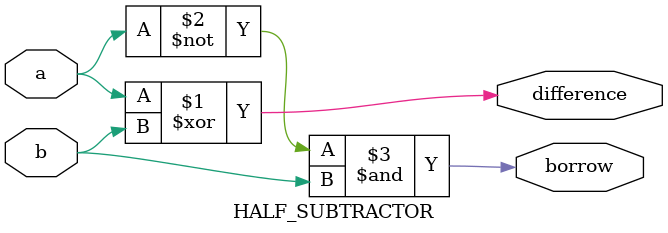
<source format=v>
module HALF_SUBTRACTOR(a,b,difference,borrow); 
input a,b; 
output difference,borrow; 
assign difference = (a^b); 
assign borrow = (~a&b); 
endmodule 
</source>
